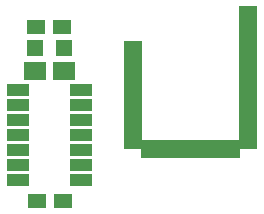
<source format=gbr>
G04 #@! TF.FileFunction,Soldermask,Top*
%FSLAX46Y46*%
G04 Gerber Fmt 4.6, Leading zero omitted, Abs format (unit mm)*
G04 Created by KiCad (PCBNEW 4.0.6-e0-6349~53~ubuntu16.04.1) date Mon Sep  4 23:14:24 2017*
%MOMM*%
%LPD*%
G01*
G04 APERTURE LIST*
%ADD10C,0.100000*%
%ADD11R,1.900000X1.650000*%
%ADD12R,1.600000X1.300000*%
%ADD13R,1.600000X0.900000*%
%ADD14R,0.900000X1.600000*%
%ADD15R,1.900000X1.000000*%
%ADD16R,1.400000X1.400000*%
G04 APERTURE END LIST*
D10*
D11*
X6203000Y11049000D03*
X3703000Y11049000D03*
D12*
X6053000Y14732000D03*
X3853000Y14732000D03*
X6137000Y0D03*
X3937000Y0D03*
D13*
X21791000Y16137000D03*
X21791000Y15387000D03*
X21791000Y14637000D03*
X21791000Y13887000D03*
X21791000Y13137000D03*
X21791000Y12387000D03*
X21791000Y11637000D03*
X21791000Y10887000D03*
X21791000Y10137000D03*
X21791000Y9387000D03*
X21791000Y8637000D03*
X21791000Y7887000D03*
X21791000Y7137000D03*
X21791000Y6387000D03*
X21791000Y5637000D03*
X21791000Y4887000D03*
D14*
X20641000Y4437000D03*
X19891000Y4437000D03*
X19141000Y4437000D03*
X18391000Y4437000D03*
X17641000Y4437000D03*
X16891000Y4437000D03*
X16141000Y4437000D03*
X15391000Y4437000D03*
X14641000Y4437000D03*
X13891000Y4437000D03*
X13141000Y4437000D03*
D13*
X11991000Y4887000D03*
X11991000Y5637000D03*
X11991000Y6387000D03*
X11991000Y7137000D03*
X11991000Y7887000D03*
X11991000Y8637000D03*
X11991000Y9387000D03*
X11991000Y10137000D03*
X11991000Y10887000D03*
X11991000Y11637000D03*
X11991000Y12387000D03*
X11991000Y13137000D03*
D15*
X7653000Y1778000D03*
X7653000Y3048000D03*
X7653000Y4318000D03*
X7653000Y5588000D03*
X7653000Y6858000D03*
X7653000Y8128000D03*
X7653000Y9398000D03*
X2253000Y9398000D03*
X2253000Y8128000D03*
X2253000Y6858000D03*
X2253000Y5588000D03*
X2253000Y4318000D03*
X2253000Y3048000D03*
X2253000Y1778000D03*
D16*
X3703000Y12954000D03*
X6203000Y12954000D03*
M02*

</source>
